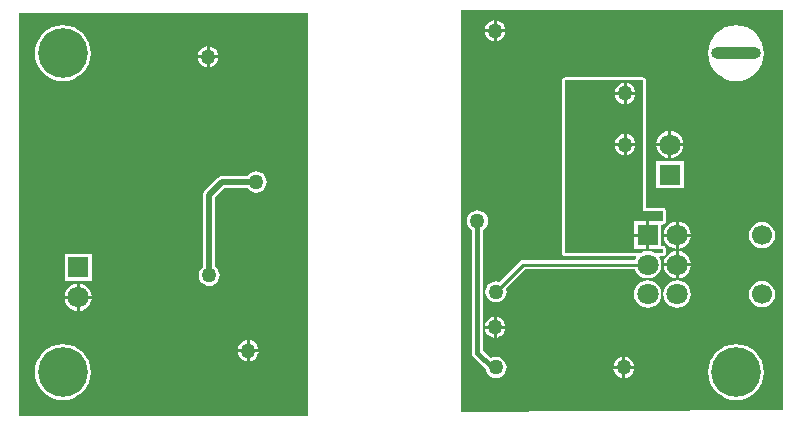
<source format=gbl>
G04*
G04 #@! TF.GenerationSoftware,Altium Limited,Altium Designer,18.1.11 (251)*
G04*
G04 Layer_Physical_Order=2*
G04 Layer_Color=16711680*
%FSLAX25Y25*%
%MOIN*%
G70*
G01*
G75*
%ADD53C,0.01575*%
%ADD55C,0.01000*%
%ADD56C,0.01968*%
%ADD57O,0.16535X0.04016*%
%ADD58C,0.06693*%
%ADD59C,0.07087*%
%ADD60R,0.07087X0.07087*%
%ADD61C,0.16535*%
%ADD62C,0.05000*%
G36*
X97638Y135429D02*
Y1181D01*
X1181Y1181D01*
X1181Y135429D01*
X97638Y135429D01*
D02*
G37*
G36*
X255906Y136614D02*
X255906Y2995D01*
X193170Y2752D01*
X148779Y2581D01*
X148425Y2934D01*
Y136614D01*
X255906Y136614D01*
D02*
G37*
%LPC*%
G36*
X64673Y124330D02*
Y121366D01*
X67638D01*
X67583Y121780D01*
X67230Y122631D01*
X66669Y123362D01*
X65938Y123923D01*
X65087Y124276D01*
X64673Y124330D01*
D02*
G37*
G36*
X63673D02*
X63260Y124276D01*
X62408Y123923D01*
X61677Y123362D01*
X61116Y122631D01*
X60763Y121780D01*
X60709Y121366D01*
X63673D01*
Y124330D01*
D02*
G37*
G36*
X67638Y120366D02*
X64673D01*
Y117402D01*
X65087Y117456D01*
X65938Y117809D01*
X66669Y118370D01*
X67230Y119101D01*
X67583Y119952D01*
X67638Y120366D01*
D02*
G37*
G36*
X63673D02*
X60709D01*
X60763Y119952D01*
X61116Y119101D01*
X61677Y118370D01*
X62408Y117809D01*
X63260Y117456D01*
X63673Y117402D01*
Y120366D01*
D02*
G37*
G36*
X15748Y131360D02*
X13931Y131181D01*
X12184Y130651D01*
X10574Y129790D01*
X9163Y128632D01*
X8005Y127221D01*
X7144Y125611D01*
X6614Y123864D01*
X6436Y122047D01*
X6614Y120230D01*
X7144Y118483D01*
X8005Y116874D01*
X9163Y115462D01*
X10574Y114304D01*
X12184Y113444D01*
X13931Y112914D01*
X15748Y112735D01*
X17565Y112914D01*
X19312Y113444D01*
X20922Y114304D01*
X22333Y115462D01*
X23491Y116874D01*
X24352Y118483D01*
X24882Y120230D01*
X25061Y122047D01*
X24882Y123864D01*
X24352Y125611D01*
X23491Y127221D01*
X22333Y128632D01*
X20922Y129790D01*
X19312Y130651D01*
X17565Y131181D01*
X15748Y131360D01*
D02*
G37*
G36*
X80216Y82664D02*
X79303Y82544D01*
X78451Y82191D01*
X77720Y81630D01*
X77357Y81157D01*
X68764D01*
X67989Y81003D01*
X67333Y80564D01*
X63136Y76368D01*
X62698Y75711D01*
X62544Y74937D01*
Y50891D01*
X62071Y50528D01*
X61510Y49797D01*
X61157Y48945D01*
X61037Y48031D01*
X61157Y47118D01*
X61510Y46266D01*
X62071Y45535D01*
X62802Y44974D01*
X63653Y44622D01*
X64567Y44501D01*
X65481Y44622D01*
X66332Y44974D01*
X67063Y45535D01*
X67624Y46266D01*
X67977Y47118D01*
X68097Y48031D01*
X67977Y48945D01*
X67624Y49797D01*
X67063Y50528D01*
X66590Y50891D01*
Y74099D01*
X69602Y77111D01*
X77357D01*
X77720Y76638D01*
X78451Y76077D01*
X79303Y75724D01*
X80216Y75604D01*
X81130Y75724D01*
X81982Y76077D01*
X82713Y76638D01*
X83274Y77369D01*
X83626Y78220D01*
X83747Y79134D01*
X83626Y80048D01*
X83274Y80899D01*
X82713Y81630D01*
X81982Y82191D01*
X81130Y82544D01*
X80216Y82664D01*
D02*
G37*
G36*
X25409Y55213D02*
X16323D01*
Y46126D01*
X25409D01*
Y55213D01*
D02*
G37*
G36*
X21366Y45186D02*
Y41169D01*
X25383D01*
X25293Y41855D01*
X24835Y42961D01*
X24106Y43910D01*
X23157Y44638D01*
X22052Y45096D01*
X21366Y45186D01*
D02*
G37*
G36*
X20366D02*
X19680Y45096D01*
X18575Y44638D01*
X17626Y43910D01*
X16898Y42961D01*
X16440Y41855D01*
X16350Y41169D01*
X20366D01*
Y45186D01*
D02*
G37*
G36*
X25383Y40169D02*
X21366D01*
Y36153D01*
X22052Y36243D01*
X23157Y36701D01*
X24106Y37429D01*
X24835Y38378D01*
X25293Y39483D01*
X25383Y40169D01*
D02*
G37*
G36*
X20366D02*
X16350D01*
X16440Y39483D01*
X16898Y38378D01*
X17626Y37429D01*
X18575Y36701D01*
X19680Y36243D01*
X20366Y36153D01*
Y40169D01*
D02*
G37*
G36*
X78059Y26397D02*
Y23433D01*
X81023D01*
X80969Y23847D01*
X80616Y24698D01*
X80055Y25429D01*
X79324Y25990D01*
X78473Y26343D01*
X78059Y26397D01*
D02*
G37*
G36*
X77059D02*
X76645Y26343D01*
X75794Y25990D01*
X75063Y25429D01*
X74502Y24698D01*
X74149Y23847D01*
X74095Y23433D01*
X77059D01*
Y26397D01*
D02*
G37*
G36*
X81023Y22433D02*
X78059D01*
Y19469D01*
X78473Y19523D01*
X79324Y19876D01*
X80055Y20437D01*
X80616Y21168D01*
X80969Y22019D01*
X81023Y22433D01*
D02*
G37*
G36*
X77059D02*
X74095D01*
X74149Y22019D01*
X74502Y21168D01*
X75063Y20437D01*
X75794Y19876D01*
X76645Y19523D01*
X77059Y19469D01*
Y22433D01*
D02*
G37*
G36*
X15748Y25061D02*
X13931Y24882D01*
X12184Y24352D01*
X10574Y23491D01*
X9163Y22333D01*
X8005Y20922D01*
X7144Y19312D01*
X6614Y17565D01*
X6436Y15748D01*
X6614Y13931D01*
X7144Y12184D01*
X8005Y10574D01*
X9163Y9163D01*
X10574Y8005D01*
X12184Y7144D01*
X13931Y6614D01*
X15748Y6436D01*
X17565Y6614D01*
X19312Y7144D01*
X20922Y8005D01*
X22333Y9163D01*
X23491Y10574D01*
X24352Y12184D01*
X24882Y13931D01*
X25061Y15748D01*
X24882Y17565D01*
X24352Y19312D01*
X23491Y20922D01*
X22333Y22333D01*
X20922Y23491D01*
X19312Y24352D01*
X17565Y24882D01*
X15748Y25061D01*
D02*
G37*
G36*
X160343Y132992D02*
Y130028D01*
X163307D01*
X163252Y130441D01*
X162900Y131293D01*
X162339Y132024D01*
X161608Y132585D01*
X160756Y132938D01*
X160343Y132992D01*
D02*
G37*
G36*
X159343D02*
X158929Y132938D01*
X158077Y132585D01*
X157346Y132024D01*
X156785Y131293D01*
X156433Y130441D01*
X156378Y130028D01*
X159343D01*
Y132992D01*
D02*
G37*
G36*
X163307Y129028D02*
X160343D01*
Y126063D01*
X160756Y126118D01*
X161608Y126470D01*
X162339Y127031D01*
X162900Y127762D01*
X163252Y128614D01*
X163307Y129028D01*
D02*
G37*
G36*
X159343D02*
X156378D01*
X156433Y128614D01*
X156785Y127762D01*
X157346Y127031D01*
X158077Y126470D01*
X158929Y126118D01*
X159343Y126063D01*
Y129028D01*
D02*
G37*
G36*
X240158Y131360D02*
X238341Y131181D01*
X236594Y130651D01*
X234984Y129790D01*
X233573Y128632D01*
X232414Y127221D01*
X231554Y125611D01*
X231024Y123864D01*
X230845Y122047D01*
X231024Y120230D01*
X231554Y118483D01*
X232414Y116874D01*
X233573Y115462D01*
X234984Y114304D01*
X236594Y113444D01*
X238341Y112914D01*
X240158Y112735D01*
X241974Y112914D01*
X243721Y113444D01*
X245331Y114304D01*
X246743Y115462D01*
X247901Y116874D01*
X248761Y118483D01*
X249291Y120230D01*
X249470Y122047D01*
X249291Y123864D01*
X248761Y125611D01*
X247901Y127221D01*
X246743Y128632D01*
X245331Y129790D01*
X243721Y130651D01*
X241974Y131181D01*
X240158Y131360D01*
D02*
G37*
G36*
X218610Y96131D02*
Y92114D01*
X222627D01*
X222537Y92800D01*
X222079Y93905D01*
X221351Y94854D01*
X220402Y95583D01*
X219296Y96040D01*
X218610Y96131D01*
D02*
G37*
G36*
X217610Y96131D02*
X216924Y96040D01*
X215819Y95583D01*
X214870Y94854D01*
X214142Y93905D01*
X213684Y92800D01*
X213594Y92114D01*
X217610D01*
Y96131D01*
D02*
G37*
G36*
Y91114D02*
X213594D01*
X213684Y90428D01*
X214142Y89323D01*
X214870Y88374D01*
X215819Y87646D01*
X216924Y87188D01*
X217610Y87098D01*
Y91114D01*
D02*
G37*
G36*
X222627D02*
X218610D01*
Y87098D01*
X219296Y87188D01*
X220402Y87646D01*
X221351Y88374D01*
X222079Y89323D01*
X222537Y90428D01*
X222627Y91114D01*
D02*
G37*
G36*
X222654Y86158D02*
X213567D01*
Y77071D01*
X222654D01*
Y86158D01*
D02*
G37*
G36*
X221051Y65934D02*
Y61917D01*
X225068D01*
X224977Y62603D01*
X224520Y63709D01*
X223792Y64658D01*
X222842Y65386D01*
X221737Y65844D01*
X221051Y65934D01*
D02*
G37*
G36*
X220051Y65934D02*
X219365Y65844D01*
X218260Y65386D01*
X217311Y64658D01*
X216583Y63709D01*
X216125Y62603D01*
X216035Y61917D01*
X220051D01*
Y65934D01*
D02*
G37*
G36*
X248819Y65801D02*
X247684Y65652D01*
X246627Y65214D01*
X245719Y64517D01*
X245022Y63609D01*
X244584Y62552D01*
X244435Y61417D01*
X244584Y60283D01*
X245022Y59225D01*
X245719Y58317D01*
X246627Y57621D01*
X247684Y57183D01*
X248819Y57033D01*
X249954Y57183D01*
X251011Y57621D01*
X251919Y58317D01*
X252615Y59225D01*
X253053Y60283D01*
X253203Y61417D01*
X253053Y62552D01*
X252615Y63609D01*
X251919Y64517D01*
X251011Y65214D01*
X249954Y65652D01*
X248819Y65801D01*
D02*
G37*
G36*
X225068Y60917D02*
X221051D01*
Y56901D01*
X221737Y56991D01*
X222842Y57449D01*
X223792Y58177D01*
X224520Y59126D01*
X224977Y60231D01*
X225068Y60917D01*
D02*
G37*
G36*
X220051D02*
X216035D01*
X216125Y60231D01*
X216583Y59126D01*
X217311Y58177D01*
X218260Y57449D01*
X219365Y56991D01*
X220051Y56901D01*
Y60917D01*
D02*
G37*
G36*
X221051Y56091D02*
Y52075D01*
X225068D01*
X224977Y52761D01*
X224520Y53866D01*
X223792Y54815D01*
X222842Y55543D01*
X221737Y56001D01*
X221051Y56091D01*
D02*
G37*
G36*
X220051Y56091D02*
X219365Y56001D01*
X218260Y55543D01*
X217311Y54815D01*
X216583Y53866D01*
X216125Y52761D01*
X216035Y52075D01*
X220051D01*
Y56091D01*
D02*
G37*
G36*
X225068Y51075D02*
X221051D01*
Y47058D01*
X221737Y47148D01*
X222842Y47606D01*
X223792Y48335D01*
X224520Y49284D01*
X224977Y50389D01*
X225068Y51075D01*
D02*
G37*
G36*
X220051D02*
X216035D01*
X216125Y50389D01*
X216583Y49284D01*
X217311Y48335D01*
X218260Y47606D01*
X219365Y47148D01*
X220051Y47058D01*
Y51075D01*
D02*
G37*
G36*
X209055Y114012D02*
X183071D01*
X182681Y113934D01*
X182350Y113713D01*
X182129Y113382D01*
X182051Y112992D01*
Y55556D01*
X182051Y55556D01*
X182051Y55556D01*
X182087Y55375D01*
X182129Y55166D01*
X182129Y55166D01*
X182129Y55166D01*
X182240Y55000D01*
X182350Y54835D01*
X182350Y54835D01*
X182350Y54835D01*
X182556Y54698D01*
X182681Y54614D01*
X182681D01*
X182681Y54614D01*
X182712Y54601D01*
X182921Y54560D01*
X183102Y54524D01*
X206680D01*
X206901Y54075D01*
X206740Y53866D01*
X206424Y53104D01*
X169193D01*
X168608Y52988D01*
X168111Y52656D01*
X161287Y45832D01*
X161051Y45930D01*
X160138Y46050D01*
X159224Y45930D01*
X158373Y45577D01*
X157642Y45016D01*
X157080Y44285D01*
X156728Y43433D01*
X156608Y42520D01*
X156728Y41606D01*
X157080Y40755D01*
X157642Y40023D01*
X158373Y39463D01*
X159224Y39110D01*
X160138Y38989D01*
X161051Y39110D01*
X161903Y39463D01*
X162634Y40023D01*
X163195Y40755D01*
X163548Y41606D01*
X163668Y42520D01*
X163548Y43433D01*
X163450Y43669D01*
X169826Y50045D01*
X206424D01*
X206740Y49284D01*
X207468Y48335D01*
X208417Y47606D01*
X209523Y47148D01*
X210709Y46992D01*
X211895Y47148D01*
X213000Y47606D01*
X213949Y48335D01*
X214677Y49284D01*
X215135Y50389D01*
X215291Y51575D01*
X215135Y52761D01*
X214677Y53866D01*
X214517Y54075D01*
X214738Y54524D01*
X215748D01*
X216138Y54601D01*
X216469Y54822D01*
X216690Y55153D01*
X216768Y55543D01*
Y56865D01*
X216731Y57050D01*
X216697Y57237D01*
X216692Y57245D01*
X216690Y57255D01*
X216585Y57412D01*
X216483Y57572D01*
X216475Y57577D01*
X216469Y57586D01*
X216311Y57691D01*
X216156Y57799D01*
X216146Y57801D01*
X216138Y57806D01*
X215952Y57844D01*
X215768Y57884D01*
X215271Y57893D01*
X215252Y58371D01*
Y64464D01*
X215271Y64941D01*
X215768Y64951D01*
X215952Y64991D01*
X216138Y65028D01*
X216146Y65034D01*
X216156Y65036D01*
X216311Y65144D01*
X216469Y65249D01*
X216475Y65257D01*
X216483Y65263D01*
X216585Y65422D01*
X216690Y65580D01*
X216692Y65590D01*
X216697Y65598D01*
X216731Y65784D01*
X216768Y65970D01*
Y69552D01*
X216690Y69942D01*
X216469Y70273D01*
X216424Y70318D01*
X216093Y70539D01*
X215703Y70616D01*
X210075D01*
Y112992D01*
X209997Y113382D01*
X209776Y113713D01*
X209445Y113934D01*
X209055Y114012D01*
D02*
G37*
G36*
X248819Y46116D02*
X247684Y45967D01*
X246627Y45529D01*
X245719Y44832D01*
X245022Y43924D01*
X244584Y42867D01*
X244435Y41732D01*
X244584Y40598D01*
X245022Y39540D01*
X245719Y38632D01*
X246627Y37936D01*
X247684Y37498D01*
X248819Y37348D01*
X249954Y37498D01*
X251011Y37936D01*
X251919Y38632D01*
X252615Y39540D01*
X253053Y40598D01*
X253203Y41732D01*
X253053Y42867D01*
X252615Y43924D01*
X251919Y44832D01*
X251011Y45529D01*
X249954Y45967D01*
X248819Y46116D01*
D02*
G37*
G36*
X220551Y46315D02*
X219365Y46159D01*
X218260Y45701D01*
X217311Y44973D01*
X216583Y44023D01*
X216125Y42918D01*
X215969Y41732D01*
X216125Y40546D01*
X216583Y39441D01*
X217311Y38492D01*
X218260Y37764D01*
X219365Y37306D01*
X220551Y37150D01*
X221737Y37306D01*
X222842Y37764D01*
X223792Y38492D01*
X224520Y39441D01*
X224977Y40546D01*
X225134Y41732D01*
X224977Y42918D01*
X224520Y44023D01*
X223792Y44973D01*
X222842Y45701D01*
X221737Y46159D01*
X220551Y46315D01*
D02*
G37*
G36*
X210709D02*
X209523Y46159D01*
X208417Y45701D01*
X207468Y44973D01*
X206740Y44023D01*
X206282Y42918D01*
X206126Y41732D01*
X206282Y40546D01*
X206740Y39441D01*
X207468Y38492D01*
X208417Y37764D01*
X209523Y37306D01*
X210709Y37150D01*
X211895Y37306D01*
X213000Y37764D01*
X213949Y38492D01*
X214677Y39441D01*
X215135Y40546D01*
X215291Y41732D01*
X215135Y42918D01*
X214677Y44023D01*
X213949Y44973D01*
X213000Y45701D01*
X211895Y46159D01*
X210709Y46315D01*
D02*
G37*
G36*
X160343Y34173D02*
Y31209D01*
X163307D01*
X163252Y31622D01*
X162900Y32474D01*
X162339Y33205D01*
X161608Y33766D01*
X160756Y34119D01*
X160343Y34173D01*
D02*
G37*
G36*
X159343D02*
X158929Y34119D01*
X158077Y33766D01*
X157346Y33205D01*
X156785Y32474D01*
X156433Y31622D01*
X156378Y31209D01*
X159343D01*
Y34173D01*
D02*
G37*
G36*
X163307Y30209D02*
X160343D01*
Y27244D01*
X160756Y27299D01*
X161608Y27651D01*
X162339Y28212D01*
X162900Y28944D01*
X163252Y29795D01*
X163307Y30209D01*
D02*
G37*
G36*
X159343D02*
X156378D01*
X156433Y29795D01*
X156785Y28944D01*
X157346Y28212D01*
X158077Y27651D01*
X158929Y27299D01*
X159343Y27244D01*
Y30209D01*
D02*
G37*
G36*
X203256Y20787D02*
Y17823D01*
X206220D01*
X206166Y18237D01*
X205813Y19088D01*
X205252Y19819D01*
X204521Y20380D01*
X203670Y20733D01*
X203256Y20787D01*
D02*
G37*
G36*
X202256D02*
X201842Y20733D01*
X200991Y20380D01*
X200260Y19819D01*
X199699Y19088D01*
X199346Y18237D01*
X199292Y17823D01*
X202256D01*
Y20787D01*
D02*
G37*
G36*
X206220Y16823D02*
X203256D01*
Y13859D01*
X203670Y13913D01*
X204521Y14266D01*
X205252Y14827D01*
X205813Y15558D01*
X206166Y16409D01*
X206220Y16823D01*
D02*
G37*
G36*
X202256D02*
X199292D01*
X199346Y16409D01*
X199699Y15558D01*
X200260Y14827D01*
X200991Y14266D01*
X201842Y13913D01*
X202256Y13859D01*
Y16823D01*
D02*
G37*
G36*
X153937Y69672D02*
X153023Y69552D01*
X152172Y69199D01*
X151441Y68638D01*
X150880Y67907D01*
X150527Y67055D01*
X150407Y66142D01*
X150527Y65228D01*
X150880Y64377D01*
X151441Y63645D01*
X152115Y63129D01*
Y22140D01*
X152115Y22140D01*
X152253Y21442D01*
X152648Y20851D01*
X156673Y16826D01*
X156728Y16409D01*
X157080Y15558D01*
X157642Y14827D01*
X158373Y14266D01*
X159224Y13913D01*
X160138Y13793D01*
X161051Y13913D01*
X161903Y14266D01*
X162634Y14827D01*
X163195Y15558D01*
X163548Y16409D01*
X163668Y17323D01*
X163548Y18237D01*
X163195Y19088D01*
X162634Y19819D01*
X161903Y20380D01*
X161051Y20733D01*
X160138Y20853D01*
X159224Y20733D01*
X158373Y20380D01*
X158317Y20337D01*
X155759Y22895D01*
Y63129D01*
X156433Y63645D01*
X156994Y64377D01*
X157347Y65228D01*
X157467Y66142D01*
X157347Y67055D01*
X156994Y67907D01*
X156433Y68638D01*
X155702Y69199D01*
X154851Y69552D01*
X153937Y69672D01*
D02*
G37*
G36*
X240158Y25061D02*
X238341Y24882D01*
X236594Y24352D01*
X234984Y23491D01*
X233573Y22333D01*
X232414Y20922D01*
X231554Y19312D01*
X231024Y17565D01*
X230845Y15748D01*
X231024Y13931D01*
X231554Y12184D01*
X232414Y10574D01*
X233573Y9163D01*
X234984Y8005D01*
X236594Y7144D01*
X238341Y6614D01*
X240158Y6436D01*
X241974Y6614D01*
X243721Y7144D01*
X245331Y8005D01*
X246743Y9163D01*
X247901Y10574D01*
X248761Y12184D01*
X249291Y13931D01*
X249470Y15748D01*
X249291Y17565D01*
X248761Y19312D01*
X247901Y20922D01*
X246743Y22333D01*
X245331Y23491D01*
X243721Y24352D01*
X241974Y24882D01*
X240158Y25061D01*
D02*
G37*
%LPD*%
G36*
X209055Y69597D02*
X215703D01*
X215748Y69552D01*
Y65970D01*
X215252Y65961D01*
X215248Y65961D01*
X211209D01*
Y61417D01*
Y56874D01*
X215248D01*
X215252Y56874D01*
X215748Y56865D01*
Y55543D01*
X213000D01*
X211895Y56001D01*
X210709Y56157D01*
X209523Y56001D01*
X208417Y55543D01*
X183102D01*
X183071Y55556D01*
Y112992D01*
X209055D01*
Y69597D01*
D02*
G37*
%LPC*%
G36*
X203650Y112126D02*
Y109161D01*
X206614D01*
X206559Y109575D01*
X206207Y110426D01*
X205646Y111158D01*
X204915Y111719D01*
X204063Y112071D01*
X203650Y112126D01*
D02*
G37*
G36*
X202650D02*
X202236Y112071D01*
X201384Y111719D01*
X200653Y111158D01*
X200092Y110426D01*
X199740Y109575D01*
X199685Y109161D01*
X202650D01*
Y112126D01*
D02*
G37*
G36*
X206614Y108161D02*
X203650D01*
Y105197D01*
X204063Y105252D01*
X204915Y105604D01*
X205646Y106165D01*
X206207Y106896D01*
X206559Y107748D01*
X206614Y108161D01*
D02*
G37*
G36*
X202650D02*
X199685D01*
X199740Y107748D01*
X200092Y106896D01*
X200653Y106165D01*
X201384Y105604D01*
X202236Y105252D01*
X202650Y105197D01*
Y108161D01*
D02*
G37*
G36*
X203650Y95078D02*
Y92114D01*
X206614D01*
X206559Y92528D01*
X206207Y93379D01*
X205646Y94110D01*
X204915Y94671D01*
X204063Y95024D01*
X203650Y95078D01*
D02*
G37*
G36*
X202650D02*
X202236Y95024D01*
X201384Y94671D01*
X200653Y94110D01*
X200092Y93379D01*
X199740Y92528D01*
X199685Y92114D01*
X202650D01*
Y95078D01*
D02*
G37*
G36*
X206614Y91114D02*
X203650D01*
Y88150D01*
X204063Y88204D01*
X204915Y88557D01*
X205646Y89118D01*
X206207Y89849D01*
X206559Y90701D01*
X206614Y91114D01*
D02*
G37*
G36*
X202650D02*
X199685D01*
X199740Y90701D01*
X200092Y89849D01*
X200653Y89118D01*
X201384Y88557D01*
X202236Y88204D01*
X202650Y88150D01*
Y91114D01*
D02*
G37*
G36*
X210209Y65961D02*
X206165D01*
Y61917D01*
X210209D01*
Y65961D01*
D02*
G37*
G36*
Y60917D02*
X206165D01*
Y56874D01*
X210209D01*
Y60917D01*
D02*
G37*
%LPD*%
D53*
X158754Y17323D02*
X160138D01*
X153937Y22140D02*
X158754Y17323D01*
X153937Y22140D02*
Y66142D01*
D55*
X160138Y42520D02*
X169193Y51575D01*
X210709D01*
D56*
X64567Y48031D02*
Y74937D01*
Y47244D02*
Y48031D01*
Y74937D02*
X68764Y79134D01*
X80216D01*
D57*
X240158Y122047D02*
D03*
D58*
X248819Y41732D02*
D03*
Y61417D02*
D03*
D59*
X220551Y41732D02*
D03*
Y51575D02*
D03*
Y61417D02*
D03*
X210709Y41732D02*
D03*
Y51575D02*
D03*
X20866Y40669D02*
D03*
X218110Y91614D02*
D03*
D60*
X210709Y61417D02*
D03*
X20866Y50669D02*
D03*
X218110Y81614D02*
D03*
D61*
X15748Y15748D02*
D03*
Y122047D02*
D03*
X240158Y15748D02*
D03*
D62*
X203150Y91614D02*
D03*
Y108661D02*
D03*
X202756Y17323D02*
D03*
X160138Y17323D02*
D03*
X159843Y30709D02*
D03*
X153937Y66142D02*
D03*
X77559Y22933D02*
D03*
X159843Y129528D02*
D03*
X64173Y120866D02*
D03*
X64567Y48031D02*
D03*
X80216Y79134D02*
D03*
X160138Y42520D02*
D03*
M02*

</source>
